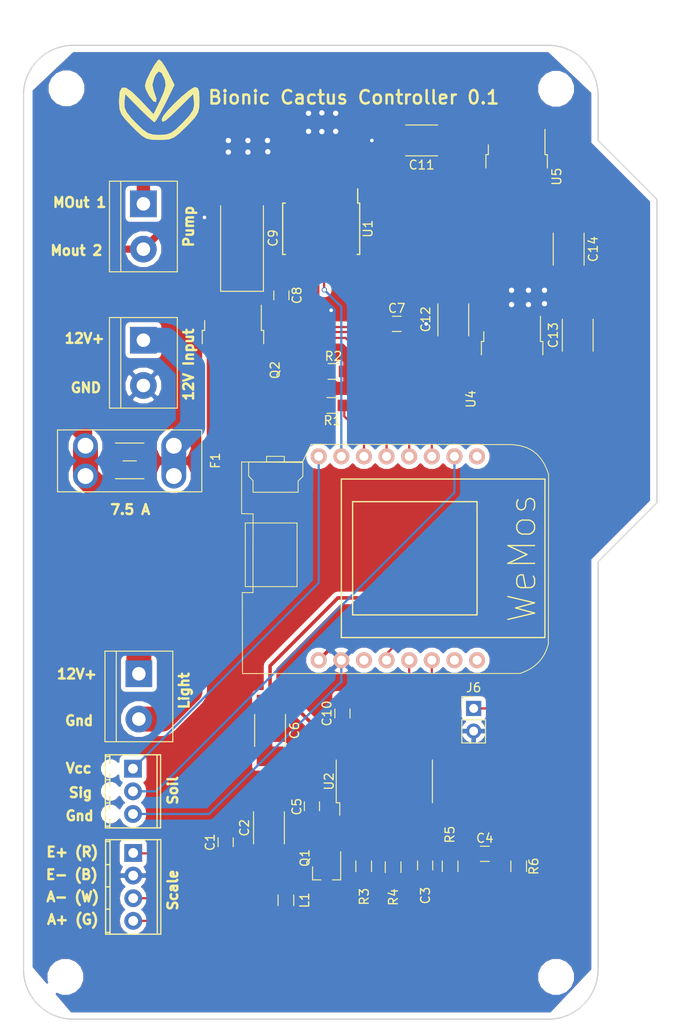
<source format=kicad_pcb>
(kicad_pcb (version 4) (host pcbnew 4.0.7-e2-6376~58~ubuntu16.04.1)
  (layers (0 F.Cu signal) (31 B.Cu signal hide) (34 B.Paste user) (35 F.Paste user) (36 B.SilkS user) (37 F.SilkS user) (38 B.Mask user) (39 F.Mask user) (44 Edge.Cuts user))
  (net 0 "")
  (net 1 SCALE_AVDD)
  (net 2 GND)
  (net 3 "Net-(C3-Pad1)")
  (net 4 "Net-(C4-Pad1)")
  (net 5 "Net-(C4-Pad2)")
  (net 6 VCC)
  (net 7 +12V)
  (net 8 +5VD)
  (net 9 Motor_Out_1)
  (net 10 Motor_Out_2)
  (net 11 Light_Drain)
  (net 12 SCALE_A+)
  (net 13 SCALE_A-)
  (net 14 ESP_A0)
  (net 15 ESP_VCC)
  (net 16 BUTTON)
  (net 17 "Net-(L1-Pad2)")
  (net 18 "Net-(Q1-Pad1)")
  (net 19 Light_Gate)
  (net 20 "Net-(R3-Pad2)")
  (net 21 Motor_PWM)
  (net 22 Motor_In_2)
  (net 23 Motor_In_1)
  (net 24 Motor_Stby)
  (net 25 "Net-(U2-Pad9)")
  (net 26 "Net-(U2-Pad10)")
  (net 27 SCALE_SCK)
  (net 28 SCALE_DOUT)
  (net 29 "Net-(U2-Pad13)")
  (net 30 "Net-(U3-Pad8)")
  (net 31 "Net-(U3-Pad7)")
  (net 32 "Net-(U3-Pad3)")
  (net 33 "Net-(U3-Pad9)")
  (net 34 "Net-(Q2-Pad1)")
  (net 35 "Net-(F1-Pad2)")
  (net 36 ESP_GND)
  (module wemos_d1_mini:D1_mini_board (layer B.Cu) (at 142.367 122.555 90)
    (fp_text reference U3 hide)
    (fp_text value WeMos_mini)
    (fp_text user WeMos (at 0 15.24 90) (layer F.SilkS) (effects (font (size 3 3))))
    (pad 8 thru_hole circle (at -11.43 10.16 90) (size 1.8 1.8) (drill 1.016) (layers *.Cu *.Mask B.SilkS) (net 30 "Net-(U3-Pad8)"))
    (pad 7 thru_hole circle (at -11.43 7.62 90) (size 1.8 1.8) (drill 1.016) (layers *.Cu *.Mask B.SilkS) (net 31 "Net-(U3-Pad7)"))
    (pad 6 thru_hole circle (at -11.43 5.08 90) (size 1.8 1.8) (drill 1.016) (layers *.Cu *.Mask B.SilkS) (net 28 SCALE_DOUT))
    (pad 5 thru_hole circle (at -11.43 2.54 90) (size 1.8 1.8) (drill 1.016) (layers *.Cu *.Mask B.SilkS) (net 27 SCALE_SCK))
    (pad 4 thru_hole circle (at -11.43 0 90) (size 1.8 1.8) (drill 1.016) (layers *.Cu *.Mask B.SilkS) (net 16 BUTTON))
    (pad 3 thru_hole circle (at -11.43 -2.54 90) (size 1.8 1.8) (drill 1.016) (layers *.Cu *.Mask B.SilkS) (net 32 "Net-(U3-Pad3)"))
    (pad 2 thru_hole circle (at -11.43 -5.08 90) (size 1.8 1.8) (drill 1.016) (layers *.Cu *.Mask B.SilkS) (net 2 GND))
    (pad 1 thru_hole circle (at -11.43 -7.62 90) (size 1.8 1.8) (drill 1.016) (layers *.Cu *.Mask B.SilkS) (net 8 +5VD))
    (pad 16 thru_hole circle (at 11.43 -7.62 90) (size 1.8 1.8) (drill 1.016) (layers *.Cu *.Mask B.SilkS) (net 15 ESP_VCC))
    (pad 15 thru_hole circle (at 11.43 -5.08 90) (size 1.8 1.8) (drill 1.016) (layers *.Cu *.Mask B.SilkS) (net 24 Motor_Stby))
    (pad 14 thru_hole circle (at 11.43 -2.54 90) (size 1.8 1.8) (drill 1.016) (layers *.Cu *.Mask B.SilkS) (net 19 Light_Gate))
    (pad 13 thru_hole circle (at 11.43 0 90) (size 1.8 1.8) (drill 1.016) (layers *.Cu *.Mask B.SilkS) (net 21 Motor_PWM))
    (pad 12 thru_hole circle (at 11.43 2.54 90) (size 1.8 1.8) (drill 1.016) (layers *.Cu *.Mask B.SilkS) (net 22 Motor_In_2))
    (pad 11 thru_hole circle (at 11.43 5.08 90) (size 1.8 1.8) (drill 1.016) (layers *.Cu *.Mask B.SilkS) (net 23 Motor_In_1))
    (pad 10 thru_hole circle (at 11.43 7.62 90) (size 1.8 1.8) (drill 1.016) (layers *.Cu *.Mask B.SilkS) (net 14 ESP_A0))
    (pad 9 thru_hole circle (at 11.43 10.16 90) (size 1.8 1.8) (drill 1.016) (layers *.Cu *.Mask B.SilkS) (net 33 "Net-(U3-Pad9)"))
  )
  (module Connectors_Terminal_Blocks:TerminalBlock_bornier-2_P5.08mm (layer F.Cu) (at 115.062 82.804 270)
    (fp_text reference J2 hide)
    (fp_text value Pump)
    (pad 1 thru_hole rect (at 0 0 270) (size 3 3) (drill 1.52) (layers *.Cu *.Mask) (net 10 Motor_Out_2))
    (pad 2 thru_hole circle (at 5.08 0 270) (size 3 3) (drill 1.52) (layers *.Cu *.Mask) (net 9 Motor_Out_1))
  )
  (module Capacitors_SMD:C_0805_HandSoldering (layer F.Cu) (at 124.3 154.4 90)
    (fp_text reference C1 (at 0 -1.75 90) (layer F.SilkS))
    (fp_text value 0.1uF)
    (pad 1 smd rect (at -1.25 0 90) (size 1.5 1.25) (layers F.Cu F.Paste F.Mask) (net 1 SCALE_AVDD))
    (pad 2 smd rect (at 1.25 0 90) (size 1.5 1.25) (layers F.Cu F.Paste F.Mask) (net 2 GND))
  )
  (module Capacitors_SMD:C_1812_HandSoldering (layer F.Cu) (at 129.159 152.781 90)
    (fp_text reference C2 (at 0 -2.75 90) (layer F.SilkS))
    (fp_text value 10uF)
    (pad 1 smd rect (at -2.9 0 90) (size 2.2 3) (layers F.Cu F.Paste F.Mask) (net 1 SCALE_AVDD))
    (pad 2 smd rect (at 2.9 0 90) (size 2.2 3) (layers F.Cu F.Paste F.Mask) (net 2 GND))
  )
  (module Capacitors_SMD:C_0805_HandSoldering (layer F.Cu) (at 146.7 157 270)
    (fp_text reference C3 (at 3.3782 -0.0254 270) (layer F.SilkS))
    (fp_text value 0.1uF)
    (pad 1 smd rect (at -1.25 0 270) (size 1.5 1.25) (layers F.Cu F.Paste F.Mask) (net 3 "Net-(C3-Pad1)"))
    (pad 2 smd rect (at 1.25 0 270) (size 1.5 1.25) (layers F.Cu F.Paste F.Mask) (net 2 GND))
  )
  (module Capacitors_SMD:C_0805_HandSoldering (layer F.Cu) (at 153.4 155.7)
    (fp_text reference C4 (at 0 -1.75) (layer F.SilkS))
    (fp_text value 0.1uF)
    (pad 1 smd rect (at -1.25 0) (size 1.5 1.25) (layers F.Cu F.Paste F.Mask) (net 4 "Net-(C4-Pad1)"))
    (pad 2 smd rect (at 1.25 0) (size 1.5 1.25) (layers F.Cu F.Paste F.Mask) (net 5 "Net-(C4-Pad2)"))
  )
  (module Capacitors_SMD:C_0805_HandSoldering (layer F.Cu) (at 133.985 150.368 270)
    (fp_text reference C5 (at 0.0508 1.7018 270) (layer F.SilkS))
    (fp_text value 0.1uF)
    (pad 1 smd rect (at -1.25 0 270) (size 1.5 1.25) (layers F.Cu F.Paste F.Mask) (net 6 VCC))
    (pad 2 smd rect (at 1.25 0 270) (size 1.5 1.25) (layers F.Cu F.Paste F.Mask) (net 2 GND))
  )
  (module Capacitors_SMD:C_1812_HandSoldering (layer F.Cu) (at 129.286 141.859 270)
    (fp_text reference C6 (at 0 -2.75 270) (layer F.SilkS))
    (fp_text value 10uF)
    (pad 1 smd rect (at -2.9 0 270) (size 2.2 3) (layers F.Cu F.Paste F.Mask) (net 6 VCC))
    (pad 2 smd rect (at 2.9 0 270) (size 2.2 3) (layers F.Cu F.Paste F.Mask) (net 2 GND))
  )
  (module Capacitors_SMD:C_0805_HandSoldering (layer F.Cu) (at 143.51 96.266)
    (fp_text reference C7 (at 0 -1.75) (layer F.SilkS))
    (fp_text value 0.1uF)
    (pad 1 smd rect (at -1.25 0) (size 1.5 1.25) (layers F.Cu F.Paste F.Mask) (net 6 VCC))
    (pad 2 smd rect (at 1.25 0) (size 1.5 1.25) (layers F.Cu F.Paste F.Mask) (net 2 GND))
  )
  (module Capacitors_SMD:C_0805_HandSoldering (layer F.Cu) (at 130.556 93.0656 270)
    (fp_text reference C8 (at 0 -1.75 270) (layer F.SilkS))
    (fp_text value 0.1uF)
    (pad 1 smd rect (at -1.25 0 270) (size 1.5 1.25) (layers F.Cu F.Paste F.Mask) (net 7 +12V))
    (pad 2 smd rect (at 1.25 0 270) (size 1.5 1.25) (layers F.Cu F.Paste F.Mask) (net 2 GND))
  )
  (module Capacitors_Tantalum_SMD:CP_Tantalum_Case-V_EIA-7343-20_Hand (layer F.Cu) (at 126.1364 86.6648 90)
    (fp_text reference C9 (at 0.0254 3.4798 90) (layer F.SilkS))
    (fp_text value "10uF, 20V")
    (pad 1 smd rect (at -3.775 0 90) (size 3.75 2.7) (layers F.Cu F.Paste F.Mask) (net 7 +12V))
    (pad 2 smd rect (at 3.775 0 90) (size 3.75 2.7) (layers F.Cu F.Paste F.Mask) (net 2 GND))
  )
  (module Capacitors_SMD:C_0805_HandSoldering (layer F.Cu) (at 137.414 139.954 90)
    (fp_text reference C10 (at 0 -1.75 90) (layer F.SilkS))
    (fp_text value 0.1uF)
    (pad 1 smd rect (at -1.25 0 90) (size 1.5 1.25) (layers F.Cu F.Paste F.Mask) (net 6 VCC))
    (pad 2 smd rect (at 1.25 0 90) (size 1.5 1.25) (layers F.Cu F.Paste F.Mask) (net 2 GND))
  )
  (module Capacitors_SMD:C_1812_HandSoldering (layer F.Cu) (at 146.304 75.692 180)
    (fp_text reference C11 (at 0 -2.75 180) (layer F.SilkS))
    (fp_text value 10uF)
    (pad 1 smd rect (at -2.9 0 180) (size 2.2 3) (layers F.Cu F.Paste F.Mask) (net 7 +12V))
    (pad 2 smd rect (at 2.9 0 180) (size 2.2 3) (layers F.Cu F.Paste F.Mask) (net 2 GND))
  )
  (module Capacitors_SMD:C_1812_HandSoldering (layer F.Cu) (at 149.86 95.8215 270)
    (fp_text reference C12 (at -0.0635 3.0988 270) (layer F.SilkS))
    (fp_text value 10uF)
    (pad 1 smd rect (at -2.9 0 270) (size 2.2 3) (layers F.Cu F.Paste F.Mask) (net 7 +12V))
    (pad 2 smd rect (at 2.9 0 270) (size 2.2 3) (layers F.Cu F.Paste F.Mask) (net 2 GND))
  )
  (module Capacitors_SMD:C_1812_HandSoldering (layer F.Cu) (at 163.83 97.536 90)
    (fp_text reference C13 (at 0 -2.75 90) (layer F.SilkS))
    (fp_text value 10uF)
    (pad 1 smd rect (at -2.9 0 90) (size 2.2 3) (layers F.Cu F.Paste F.Mask) (net 6 VCC))
    (pad 2 smd rect (at 2.9 0 90) (size 2.2 3) (layers F.Cu F.Paste F.Mask) (net 2 GND))
  )
  (module Capacitors_SMD:C_1812_HandSoldering (layer F.Cu) (at 162.814 87.884 270)
    (fp_text reference C14 (at 0 -2.75 270) (layer F.SilkS))
    (fp_text value 10uF)
    (pad 1 smd rect (at -2.9 0 270) (size 2.2 3) (layers F.Cu F.Paste F.Mask) (net 8 +5VD))
    (pad 2 smd rect (at 2.9 0 270) (size 2.2 3) (layers F.Cu F.Paste F.Mask) (net 2 GND))
  )
  (module Connectors_Terminal_Blocks:TerminalBlock_bornier-2_P5.08mm (layer F.Cu) (at 115.062 98.0948 270)
    (fp_text reference J1 hide)
    (fp_text value 12VCC)
    (pad 1 thru_hole rect (at 0 0 270) (size 3 3) (drill 1.52) (layers *.Cu *.Mask) (net 35 "Net-(F1-Pad2)"))
    (pad 2 thru_hole circle (at 5.08 0 270) (size 3 3) (drill 1.52) (layers *.Cu *.Mask) (net 2 GND))
  )
  (module Connectors_Terminal_Blocks:TerminalBlock_bornier-2_P5.08mm (layer F.Cu) (at 114.554 135.509 270)
    (fp_text reference J3 hide)
    (fp_text value Light)
    (pad 1 thru_hole rect (at 0 0 270) (size 3 3) (drill 1.52) (layers *.Cu *.Mask) (net 7 +12V))
    (pad 2 thru_hole circle (at 5.08 0 270) (size 3 3) (drill 1.52) (layers *.Cu *.Mask) (net 11 Light_Drain))
  )
  (module TerminalBlocks_Phoenix:TerminalBlock_Phoenix_MPT-2.54mm_4pol (layer F.Cu) (at 113.919 155.6004 270)
    (fp_text reference J4 hide)
    (fp_text value Scale)
    (pad 4 thru_hole oval (at 7.62 0 90) (size 1.99898 1.99898) (drill 1.09728) (layers *.Cu *.Mask) (net 12 SCALE_A+))
    (pad 1 thru_hole rect (at 0 0 90) (size 1.99898 1.99898) (drill 1.09728) (layers *.Cu *.Mask) (net 1 SCALE_AVDD))
    (pad 2 thru_hole oval (at 2.54 0 90) (size 1.99898 1.99898) (drill 1.09728) (layers *.Cu *.Mask) (net 2 GND))
    (pad 3 thru_hole oval (at 5.08 0 90) (size 1.99898 1.99898) (drill 1.09728) (layers *.Cu *.Mask) (net 13 SCALE_A-))
  )
  (module TerminalBlocks_Phoenix:TerminalBlock_Phoenix_MPT-2.54mm_3pol (layer F.Cu) (at 113.8936 146.1516 270)
    (fp_text reference J5 hide)
    (fp_text value Soil)
    (pad 3 thru_hole oval (at 5.08 0 270) (size 1.99898 1.99898) (drill 1.09728) (layers *.Cu *.Mask) (net 36 ESP_GND))
    (pad 1 thru_hole rect (at 0 0 270) (size 1.99898 1.99898) (drill 1.09728) (layers *.Cu *.Mask) (net 15 ESP_VCC))
    (pad 2 thru_hole oval (at 2.54 0 270) (size 1.99898 1.99898) (drill 1.09728) (layers *.Cu *.Mask) (net 14 ESP_A0))
    (pad "" np_thru_hole circle (at 0 2.54 270) (size 1.1 1.1) (drill 1.1) (layers *.Cu *.Mask))
    (pad "" np_thru_hole circle (at 2.54 2.54 270) (size 1.1 1.1) (drill 1.1) (layers *.Cu *.Mask))
    (pad "" np_thru_hole circle (at 5.08 2.54 270) (size 1.1 1.1) (drill 1.1) (layers *.Cu *.Mask))
  )
  (module Pin_Headers:Pin_Header_Straight_1x02_Pitch2.54mm (layer F.Cu) (at 152.146 139.3952)
    (fp_text reference J6 (at 0 -2.33) (layer F.SilkS))
    (fp_text value Button_Header)
    (pad 1 thru_hole rect (at 0 0) (size 1.7 1.7) (drill 1) (layers *.Cu *.Mask) (net 16 BUTTON))
    (pad 2 thru_hole oval (at 0 2.54) (size 1.7 1.7) (drill 1) (layers *.Cu *.Mask) (net 2 GND))
  )
  (module Inductors_SMD:L_0805_HandSoldering (layer F.Cu) (at 131.064 160.909 270)
    (fp_text reference L1 (at 0 -2.1 270) (layer F.SilkS))
    (fp_text value 3.3uH)
    (pad 1 smd rect (at -1.35 0 270) (size 1.5 1.3) (layers F.Cu F.Paste F.Mask) (net 1 SCALE_AVDD))
    (pad 2 smd rect (at 1.35 0 270) (size 1.5 1.3) (layers F.Cu F.Paste F.Mask) (net 17 "Net-(L1-Pad2)"))
  )
  (module TO_SOT_Packages_SMD:SOT-23_Handsoldering (layer F.Cu) (at 135.636 157.861 270)
    (fp_text reference Q1 (at -1.7018 2.4384 270) (layer F.SilkS))
    (fp_text value BT4403)
    (pad 1 smd rect (at -1.5 -0.95 270) (size 1.9 0.8) (layers F.Cu F.Paste F.Mask) (net 18 "Net-(Q1-Pad1)"))
    (pad 2 smd rect (at -1.5 0.95 270) (size 1.9 0.8) (layers F.Cu F.Paste F.Mask) (net 6 VCC))
    (pad 3 smd rect (at 1.5 0 270) (size 1.9 0.8) (layers F.Cu F.Paste F.Mask) (net 17 "Net-(L1-Pad2)"))
  )
  (module TO_SOT_Packages_SMD:TO-252-2 (layer F.Cu) (at 125.1204 99.4664 270)
    (fp_text reference Q2 (at 1.9812 -4.7244 270) (layer F.SilkS))
    (fp_text value FDD9411L_F085)
    (pad 1 smd rect (at -4.2 -2.28 270) (size 2.2 1.2) (layers F.Cu F.Paste F.Mask) (net 34 "Net-(Q2-Pad1)"))
    (pad 3 smd rect (at -4.2 2.28 270) (size 2.2 1.2) (layers F.Cu F.Paste F.Mask) (net 2 GND))
    (pad 2 smd rect (at 2.1 0 270) (size 6.4 5.8) (layers F.Cu F.Mask) (net 11 Light_Drain))
    (pad 2 smd rect (at 3.775 1.525 270) (size 3.05 2.75) (layers F.Cu F.Paste) (net 11 Light_Drain))
    (pad 2 smd rect (at 0.425 -1.525 270) (size 3.05 2.75) (layers F.Cu F.Paste) (net 11 Light_Drain))
    (pad 2 smd rect (at 3.775 -1.525 270) (size 3.05 2.75) (layers F.Cu F.Paste) (net 11 Light_Drain))
    (pad 2 smd rect (at 0.425 1.525 270) (size 3.05 2.75) (layers F.Cu F.Paste) (net 11 Light_Drain))
  )
  (module Resistors_SMD:R_0805_HandSoldering (layer F.Cu) (at 136.271 105.41 180)
    (fp_text reference R1 (at 0 -1.7 180) (layer F.SilkS))
    (fp_text value 100)
    (pad 1 smd rect (at -1.35 0 180) (size 1.5 1.3) (layers F.Cu F.Paste F.Mask) (net 19 Light_Gate))
    (pad 2 smd rect (at 1.35 0 180) (size 1.5 1.3) (layers F.Cu F.Paste F.Mask) (net 34 "Net-(Q2-Pad1)"))
  )
  (module Resistors_SMD:R_0805_HandSoldering (layer F.Cu) (at 136.398 101.6)
    (fp_text reference R2 (at 0 -1.7) (layer F.SilkS))
    (fp_text value 10K)
    (pad 1 smd rect (at -1.35 0) (size 1.5 1.3) (layers F.Cu F.Paste F.Mask) (net 34 "Net-(Q2-Pad1)"))
    (pad 2 smd rect (at 1.35 0) (size 1.5 1.3) (layers F.Cu F.Paste F.Mask) (net 2 GND))
  )
  (module Resistors_SMD:R_0805_HandSoldering (layer F.Cu) (at 139.8 157.1 270)
    (fp_text reference R3 (at 3.4036 -0.0508 270) (layer F.SilkS))
    (fp_text value 20K)
    (pad 1 smd rect (at -1.35 0 270) (size 1.5 1.3) (layers F.Cu F.Paste F.Mask) (net 17 "Net-(L1-Pad2)"))
    (pad 2 smd rect (at 1.35 0 270) (size 1.5 1.3) (layers F.Cu F.Paste F.Mask) (net 20 "Net-(R3-Pad2)"))
  )
  (module Resistors_SMD:R_0805_HandSoldering (layer F.Cu) (at 143.1 157.2 270)
    (fp_text reference R4 (at 3.3528 -0.0254 270) (layer F.SilkS))
    (fp_text value 8.2K)
    (pad 1 smd rect (at -1.35 0 270) (size 1.5 1.3) (layers F.Cu F.Paste F.Mask) (net 20 "Net-(R3-Pad2)"))
    (pad 2 smd rect (at 1.35 0 270) (size 1.5 1.3) (layers F.Cu F.Paste F.Mask) (net 2 GND))
  )
  (module Resistors_SMD:R_0805_HandSoldering (layer F.Cu) (at 149.5 157.1 270)
    (fp_text reference R5 (at -3.556 0.0254 270) (layer F.SilkS))
    (fp_text value 100)
    (pad 1 smd rect (at -1.35 0 270) (size 1.5 1.3) (layers F.Cu F.Paste F.Mask) (net 4 "Net-(C4-Pad1)"))
    (pad 2 smd rect (at 1.35 0 270) (size 1.5 1.3) (layers F.Cu F.Paste F.Mask) (net 13 SCALE_A-))
  )
  (module Resistors_SMD:R_0805_HandSoldering (layer F.Cu) (at 157.2 157.1 270)
    (fp_text reference R6 (at 0 -1.7 270) (layer F.SilkS))
    (fp_text value 100)
    (pad 1 smd rect (at -1.35 0 270) (size 1.5 1.3) (layers F.Cu F.Paste F.Mask) (net 5 "Net-(C4-Pad2)"))
    (pad 2 smd rect (at 1.35 0 270) (size 1.5 1.3) (layers F.Cu F.Paste F.Mask) (net 12 SCALE_A+))
  )
  (module Housings_SSOP:SOP-16_4.4x10.4mm_Pitch1.27mm (layer F.Cu) (at 142.113 147.574 90)
    (fp_text reference U2 (at 0 -6.2 90) (layer F.SilkS))
    (fp_text value HX711)
    (pad 1 smd rect (at -3.15 -4.45 90) (size 1.3 0.8) (layers F.Cu F.Paste F.Mask) (net 6 VCC))
    (pad 2 smd rect (at -3.15 -3.17 90) (size 1.3 0.8) (layers F.Cu F.Paste F.Mask) (net 18 "Net-(Q1-Pad1)"))
    (pad 3 smd rect (at -3.15 -1.91 90) (size 1.3 0.8) (layers F.Cu F.Paste F.Mask) (net 17 "Net-(L1-Pad2)"))
    (pad 4 smd rect (at -3.15 -0.64 90) (size 1.3 0.8) (layers F.Cu F.Paste F.Mask) (net 20 "Net-(R3-Pad2)"))
    (pad 5 smd rect (at -3.15 0.64 90) (size 1.3 0.8) (layers F.Cu F.Paste F.Mask) (net 2 GND))
    (pad 6 smd rect (at -3.15 1.91 90) (size 1.3 0.8) (layers F.Cu F.Paste F.Mask) (net 3 "Net-(C3-Pad1)"))
    (pad 7 smd rect (at -3.15 3.17 90) (size 1.3 0.8) (layers F.Cu F.Paste F.Mask) (net 4 "Net-(C4-Pad1)"))
    (pad 8 smd rect (at -3.15 4.45 90) (size 1.3 0.8) (layers F.Cu F.Paste F.Mask) (net 5 "Net-(C4-Pad2)"))
    (pad 9 smd rect (at 3.15 4.45 90) (size 1.3 0.8) (layers F.Cu F.Paste F.Mask) (net 25 "Net-(U2-Pad9)"))
    (pad 10 smd rect (at 3.15 3.17 90) (size 1.3 0.8) (layers F.Cu F.Paste F.Mask) (net 26 "Net-(U2-Pad10)"))
    (pad 11 smd rect (at 3.15 1.91 90) (size 1.3 0.8) (layers F.Cu F.Paste F.Mask) (net 28 SCALE_DOUT))
    (pad 12 smd rect (at 3.15 0.64 90) (size 1.3 0.8) (layers F.Cu F.Paste F.Mask) (net 27 SCALE_SCK))
    (pad 13 smd rect (at 3.15 -0.64 90) (size 1.3 0.8) (layers F.Cu F.Paste F.Mask) (net 29 "Net-(U2-Pad13)"))
    (pad 14 smd rect (at 3.15 -1.91 90) (size 1.3 0.8) (layers F.Cu F.Paste F.Mask) (net 2 GND))
    (pad 15 smd rect (at 3.15 -3.17 90) (size 1.3 0.8) (layers F.Cu F.Paste F.Mask) (net 2 GND))
    (pad 16 smd rect (at 3.15 -4.45 90) (size 1.3 0.8) (layers F.Cu F.Paste F.Mask) (net 6 VCC))
  )
  (module TO_SOT_Packages_SMD:TO-252-2 (layer F.Cu) (at 156.464 100.711 270)
    (fp_text reference U4 (at 3.9878 4.6228 270) (layer F.SilkS))
    (fp_text value NCP1117-3.3_TO252)
    (pad 1 smd rect (at -4.2 -2.28 270) (size 2.2 1.2) (layers F.Cu F.Paste F.Mask) (net 2 GND))
    (pad 3 smd rect (at -4.2 2.28 270) (size 2.2 1.2) (layers F.Cu F.Paste F.Mask) (net 7 +12V))
    (pad 2 smd rect (at 2.1 0 270) (size 6.4 5.8) (layers F.Cu F.Mask) (net 6 VCC))
    (pad 2 smd rect (at 3.775 1.525 270) (size 3.05 2.75) (layers F.Cu F.Paste) (net 6 VCC))
    (pad 2 smd rect (at 0.425 -1.525 270) (size 3.05 2.75) (layers F.Cu F.Paste) (net 6 VCC))
    (pad 2 smd rect (at 3.775 -1.525 270) (size 3.05 2.75) (layers F.Cu F.Paste) (net 6 VCC))
    (pad 2 smd rect (at 0.425 1.525 270) (size 3.05 2.75) (layers F.Cu F.Paste) (net 6 VCC))
  )
  (module TO_SOT_Packages_SMD:TO-252-2 (layer F.Cu) (at 156.972 79.756 270)
    (fp_text reference U5 (at 0 -4.5 270) (layer F.SilkS))
    (fp_text value NCP1117-5.0_TO252)
    (pad 1 smd rect (at -4.2 -2.28 270) (size 2.2 1.2) (layers F.Cu F.Paste F.Mask) (net 2 GND))
    (pad 3 smd rect (at -4.2 2.28 270) (size 2.2 1.2) (layers F.Cu F.Paste F.Mask) (net 7 +12V))
    (pad 2 smd rect (at 2.1 0 270) (size 6.4 5.8) (layers F.Cu F.Mask) (net 8 +5VD))
    (pad 2 smd rect (at 3.775 1.525 270) (size 3.05 2.75) (layers F.Cu F.Paste) (net 8 +5VD))
    (pad 2 smd rect (at 0.425 -1.525 270) (size 3.05 2.75) (layers F.Cu F.Paste) (net 8 +5VD))
    (pad 2 smd rect (at 3.775 -1.525 270) (size 3.05 2.75) (layers F.Cu F.Paste) (net 8 +5VD))
    (pad 2 smd rect (at 0.425 1.525 270) (size 3.05 2.75) (layers F.Cu F.Paste) (net 8 +5VD))
  )
  (module net_tie:NET-TIE-0.3mm (layer B.Cu) (at 137.287 136.144 270)
    (fp_text reference W1 hide)
    (fp_text value NET-TIE hide)
    (fp_line (start -0.25 0) (end 0.25 0) (layer B.Cu) (width 0.3))
    (pad 1 smd circle (at -0.25 0 270) (size 0.3 0.3) (layers B.Cu) (net 2 GND))
    (pad 2 smd circle (at 0.25 0 270) (size 0.3 0.3) (layers B.Cu) (net 36 ESP_GND))
  )
  (module DRIVER-TB6612FNG-O_C8_EL_SSOP24_:SSOP-24_5.3x8.2mm_Pitch0.65mm_tng_mod_parallel (layer F.Cu) (at 135.0264 85.598 270)
    (fp_text reference U1 (at 0 -5.25 270) (layer F.SilkS))
    (fp_text value "DRIVER-TB6612FNG-O/C8/EL(SSOP24)_Parallel")
    (pad 1 smd rect (at -3.6 -3.275 270) (size 1.75 1.1) (layers F.Cu F.Paste F.Mask) (net 9 Motor_Out_1))
    (pad 3 smd rect (at -3.6 -1.95 270) (size 1.75 1.1) (layers F.Cu F.Paste F.Mask) (net 2 GND))
    (pad 5 smd rect (at -3.6 0 270) (size 1.75 2.4) (layers F.Cu F.Paste F.Mask) (net 10 Motor_Out_2))
    (pad 9 smd rect (at -3.6 1.95 270) (size 1.75 1.1) (layers F.Cu F.Paste F.Mask) (net 2 GND))
    (pad 11 smd rect (at -3.6 3.25 270) (size 1.75 1.1) (layers F.Cu F.Paste F.Mask) (net 9 Motor_Out_1))
    (pad 14 smd rect (at 3.6 3.25 270) (size 1.75 1.1) (layers F.Cu F.Paste F.Mask) (net 7 +12V))
    (pad 15 smd rect (at 3.6 2.275 270) (size 1.75 0.45) (layers F.Cu F.Paste F.Mask) (net 21 Motor_PWM))
    (pad 16 smd rect (at 3.6 1.625 270) (size 1.75 0.45) (layers F.Cu F.Paste F.Mask) (net 22 Motor_In_2))
    (pad 17 smd rect (at 3.6 0.975 270) (size 1.75 0.45) (layers F.Cu F.Paste F.Mask) (net 23 Motor_In_1))
    (pad 18 smd rect (at 3.6 0.325 270) (size 1.75 0.45) (layers F.Cu F.Paste F.Mask) (net 2 GND))
    (pad 19 smd rect (at 3.6 -0.325 270) (size 1.75 0.45) (layers F.Cu F.Paste F.Mask) (net 24 Motor_Stby))
    (pad 20 smd rect (at 3.6 -0.975 270) (size 1.75 0.45) (layers F.Cu F.Paste F.Mask) (net 6 VCC))
    (pad 21 smd rect (at 3.6 -1.625 270) (size 1.75 0.45) (layers F.Cu F.Paste F.Mask) (net 23 Motor_In_1))
    (pad 22 smd rect (at 3.6 -2.275 270) (size 1.75 0.45) (layers F.Cu F.Paste F.Mask) (net 22 Motor_In_2))
    (pad 23 smd rect (at 3.6 -2.925 270) (size 1.75 0.45) (layers F.Cu F.Paste F.Mask) (net 21 Motor_PWM))
    (pad 24 smd rect (at 3.6 -3.575 270) (size 1.75 0.45) (layers F.Cu F.Paste F.Mask) (net 7 +12V))
  )
  (module Fuse_Holders_and_Fuses:BladeFuse-Mini_Keystone_3568 (layer F.Cu) (at 108.5596 109.9312)
    (fp_text reference F1 (at 14.5796 1.6764 90) (layer F.SilkS))
    (fp_text value Fuse)
    (pad 1 thru_hole circle (at 0 0) (size 2.78 2.78) (drill 1.78) (layers *.Cu *.Mask) (net 7 +12V))
    (pad 1 thru_hole circle (at 0 3.4) (size 2.78 2.78) (drill 1.78) (layers *.Cu *.Mask) (net 7 +12V))
    (pad 2 thru_hole circle (at 9.92 0) (size 2.78 2.78) (drill 1.78) (layers *.Cu *.Mask) (net 35 "Net-(F1-Pad2)"))
    (pad 2 thru_hole circle (at 9.92 3.4) (size 2.78 2.78) (drill 1.78) (layers *.Cu *.Mask) (net 35 "Net-(F1-Pad2)"))
  )
  (module Mounting_Holes:MountingHole_3mm (layer F.Cu) (at 106.426 69.85)
    (fp_text reference REF** hide)
    (fp_text value MountingHole_3mm)
    (pad 1 np_thru_hole circle (at 0 0) (size 3 3) (drill 3) (layers *.Cu *.Mask))
  )
  (module Mounting_Holes:MountingHole_3mm (layer F.Cu) (at 161.4 69.9)
    (fp_text reference REF** hide)
    (fp_text value MountingHole_3mm)
    (pad 1 np_thru_hole circle (at 0 0) (size 3 3) (drill 3) (layers *.Cu *.Mask))
  )
  (module Mounting_Holes:MountingHole_3mm (layer F.Cu) (at 106.3 169.5)
    (fp_text reference REF** hide)
    (fp_text value MountingHole_3mm)
    (pad 1 np_thru_hole circle (at 0 0) (size 3 3) (drill 3) (layers *.Cu *.Mask))
  )
  (module Mounting_Holes:MountingHole_3mm (layer F.Cu) (at 161.4 169.5)
    (fp_text reference "" hide)
    (fp_text value MountingHole_3mm)
    (pad 1 np_thru_hole circle (at 0 0) (size 3 3) (drill 3) (layers *.Cu *.Mask))
  )
  (module logo:logo (layer F.Cu) (at 116.84 71.12)
    (fp_text reference G*** hide)
    (fp_text value LOGO hide)
  )
  (gr_text Pump (at 120.142 85.344 90) (layer F.SilkS) (effects (font (size 1.1 1.1) (thickness 0.275))))
  (gr_text "Bionic Cactus Controller 0.1" (at 138.684 70.866) (layer F.SilkS) (effects (font (size 1.5 1.5) (thickness 0.275))))
  (gr_line (start 101.6 168.656) (end 101.6 70.612) (angle 90) (layer Edge.Cuts) (width 0.15))
  (gr_arc (start 107.188 168.656) (end 107.188 174.244) (angle 90) (layer Edge.Cuts) (width 0.15))
  (gr_line (start 160.528 174.244) (end 107.188 174.244) (angle 90) (layer Edge.Cuts) (width 0.15))
  (gr_arc (start 160.528 168.656) (end 166.116 168.656) (angle 90) (layer Edge.Cuts) (width 0.15))
  (gr_line (start 166.116 122.936) (end 166.116 168.656) (angle 90) (layer Edge.Cuts) (width 0.15))
  (gr_line (start 172.72 116.332) (end 166.116 122.936) (angle 90) (layer Edge.Cuts) (width 0.15))
  (gr_line (start 172.72 82.296) (end 172.72 116.332) (angle 90) (layer Edge.Cuts) (width 0.15))
  (gr_line (start 166.116 75.692) (end 172.72 82.296) (angle 90) (layer Edge.Cuts) (width 0.15))
  (gr_line (start 166.116 70.612) (end 166.116 75.692) (angle 90) (layer Edge.Cuts) (width 0.15))
  (gr_arc (start 160.528 70.612) (end 160.528 65.024) (angle 90) (layer Edge.Cuts) (width 0.15))
  (gr_line (start 107.188 65.024) (end 160.528 65.024) (angle 90) (layer Edge.Cuts) (width 0.15))
  (gr_arc (start 107.188 70.612) (end 101.6 70.612) (angle 90) (layer Edge.Cuts) (width 0.15))
  (gr_text "12V Input" (at 120.142 100.838 90) (layer F.SilkS) (effects (font (size 1.1 1.1) (thickness 0.275))))
  (gr_text GND (at 108.6104 103.4288) (layer F.SilkS) (effects (font (size 1.1 1.1) (thickness 0.275))))
  (gr_text 12V+ (at 108.458 97.8916) (layer F.SilkS) (effects (font (size 1.1 1.1) (thickness 0.275))))
  (gr_text Light (at 119.634 137.414 90) (layer F.SilkS) (effects (font (size 1.1 1.1) (thickness 0.275))))
  (gr_text "Mout 2" (at 107.5436 88.0364) (layer F.SilkS) (effects (font (size 1.1 1.1) (thickness 0.275))))
  (gr_text "MOut 1" (at 107.8992 82.6516) (layer F.SilkS) (effects (font (size 1.1 1.1) (thickness 0.275))))
  (gr_text "7.5 A" (at 113.5888 117.094) (layer F.SilkS) (effects (font (size 1.1 1.1) (thickness 0.275))))
  (gr_text Gnd (at 107.8484 140.7668) (layer F.SilkS) (effects (font (size 1.1 1.1) (thickness 0.275))))
  (gr_text 12V+ (at 107.5944 135.5344) (layer F.SilkS) (effects (font (size 1.1 1.1) (thickness 0.275))))
  (gr_text Scale (at 118.364 159.766 90) (layer F.SilkS) (effects (font (size 1.1 1.1) (thickness 0.275))))
  (gr_text "A+ (G)\n" (at 107.1372 163.068) (layer F.SilkS) (effects (font (size 1.1 1.1) (thickness 0.275))))
  (gr_text "A- (W)" (at 107.1372 160.528) (layer F.SilkS) (effects (font (size 1.1 1.1) (thickness 0.275))))
  (gr_text "E- (B)" (at 107.0356 158.0388) (layer F.SilkS) (effects (font (size 1.1 1.1) (thickness 0.275))))
  (gr_text "E+ (R)" (at 107.0864 155.4988) (layer F.SilkS) (effects (font (size 1.1 1.1) (thickness 0.275))))
  (gr_text Soil (at 118.364 148.59 90) (layer F.SilkS) (effects (font (size 1.1 1.1) (thickness 0.275))))
  (gr_text Gnd (at 107.8992 151.4348) (layer F.SilkS) (effects (font (size 1.1 1.1) (thickness 0.275))))
  (gr_text Sig (at 108.0008 148.844) (layer F.SilkS) (effects (font (size 1.1 1.1) (thickness 0.275))))
  (gr_text Vcc (at 107.7976 146.1008) (layer F.SilkS) (effects (font (size 1.1 1.1) (thickness 0.275))))
  (segment (start 124.3 155.65) (end 113.9686 155.65) (width 0.25) (layer F.Cu) (net 1))
  (segment (start 113.9686 155.65) (end 113.919 155.6004) (width 0.25) (layer F.Cu) (net 1))
  (segment (start 129.159 155.681) (end 124.331 155.681) (width 0.25) (layer F.Cu) (net 1))
  (segment (start 124.331 155.681) (end 124.3 155.65) (width 0.25) (layer F.Cu) (net 1))
  (segment (start 129.0784 155.6004) (end 129.159 155.681) (width 0.4) (layer F.Cu) (net 1))
  (segment (start 131.064 159.559) (end 131.064 157.586) (width 0.4) (layer F.Cu) (net 1))
  (segment (start 131.064 157.586) (end 129.159 155.681) (width 0.4) (layer F.Cu) (net 1))
  (segment (start 131.037 159.532) (end 131.064 159.559) (width 0.25) (layer F.Cu) (net 1))
  (segment (start 129.159 155.681) (end 128.291 155.681) (width 0.25) (layer F.Cu) (net 1))
  (segment (start 135.1 74.7) (end 135.1 72.6) (width 0.8) (layer B.Cu) (net 2))
  (segment (start 135.056 72.644) (end 135.1 72.6) (width 0.8) (layer F.Cu) (net 2))
  (via (at 135.1 72.6) (size 0.8) (drill 0.6) (layers F.Cu B.Cu) (net 2))
  (segment (start 135.056 72.644) (end 133.604 72.644) (width 0.8) (layer F.Cu) (net 2))
  (via (at 135.1 74.7) (size 0.8) (drill 0.6) (layers F.Cu B.Cu) (net 2))
  (segment (start 124.6 75.7) (end 124.7 76.9) (width 0.8) (layer B.Cu) (net 2))
  (via (at 124.6 75.7) (size 0.8) (drill 0.6) (layers F.Cu B.Cu) (net 2))
  (segment (start 126.8 75.7) (end 124.6 75.7) (width 0.8) (layer F.Cu) (net 2))
  (via (at 124.6 77) (size 0.8) (drill 0.6) (layers F.Cu B.Cu) (net 2))
  (segment (start 124.7 76.9) (end 124.6 77) (width 0.8) (layer B.Cu) (net 2))
  (segment (start 160.1 94) (end 160.1 92.5) (width 0.25) (layer B.Cu) (net 2))
  (via (at 160.1 92.5) (size 0.8) (drill 0.6) (layers F.Cu B.Cu) (net 2))
  (segment (start 158.3 92.5) (end 156.4 92.5) (width 0.25) (layer B.Cu) (net 2))
  (via (at 156.4 92.5) (size 0.8) (drill 0.6) (layers F.Cu B.Cu) (net 2))
  (segment (start 156.4 94.1) (end 158.3 94.1) (width 0.25) (layer B.Cu) (net 2))
  (segment (start 158.744 94.444) (end 158.3 94.1) (width 0.25) (layer F.Cu) (net 2))
  (via (at 158.3 94.1) (size 0.8) (drill 0.6) (layers F.Cu B.Cu) (net 2))
  (segment (start 158.744 94.444) (end 158.744 96.511) (width 0.25) (layer F.Cu) (net 2))
  (via (at 156.4 94.1) (size 0.8) (drill 0.6) (layers F.Cu B.Cu) (net 2))
  (segment (start 156.4 92.5) (end 156.4 94.1) (width 0.25) (layer F.Cu) (net 2))
  (via (at 158.3 92.5) (size 0.8) (drill 0.6) (layers F.Cu B.Cu) (net 2))
  (segment (start 160.1 92.5) (end 158.3 92.5) (width 0.25) (layer F.Cu) (net 2))
  (via (at 160.1 94) (size 0.8) (drill 0.6) (layers F.Cu B.Cu) (net 2))
  (segment (start 142.753 150.724) (end 142.753 152.553) (width 0.25) (layer F.Cu) (net 2))
  (segment (start 145.25 158.25) (end 146.7 158.25) (width 0.25) (layer F.Cu) (net 2))
  (segment (start 144.8 157.8) (end 145.25 158.25) (width 0.25) (layer F.Cu) (net 2))
  (segment (start 144.8 154.6) (end 144.8 157.8) (width 0.25) (layer F.Cu) (net 2))
  (segment (start 142.753 152.553) (end 144.8 154.6) (width 0.25) (layer F.Cu) (net 2))
  (segment (start 143.1 158.55) (end 146.4 158.55) (width 0.25) (layer F.Cu) (net 2))
  (segment (start 146.4 158.55) (end 146.7 158.25) (width 0.25) (layer F.Cu) (net 2))
  (segment (start 113.919 158.1404) (end 121.9404 158.1404) (width 0.25) (layer F.Cu) (net 2))
  (segment (start 143.129 161.471) (end 143.1 158.55) (width 0.25) (layer F.Cu) (net 2))
  (segment (start 140.4 164.2) (end 143.129 161.471) (width 0.25) (layer F.Cu) (net 2))
  (segment (start 128 164.2) (end 140.4 164.2) (width 0.25) (layer F.Cu) (net 2))
  (segment (start 121.9404 158.1404) (end 128 164.2) (width 0.25) (layer F.Cu) (net 2))
  (segment (start 126.1364 82.8898) (end 123.3582 82.8898) (width 0.25) (layer F.Cu) (net 2))
  (via (at 121.92 84.328) (size 0.6) (drill 0.4) (layers F.Cu B.Cu) (net 2))
  (segment (start 123.3582 82.8898) (end 121.92 84.328) (width 0.25) (layer F.Cu) (net 2))
  (segment (start 129 75.7) (end 126.8 75.7) (width 0.8) (layer B.Cu) (net 2))
  (via (at 126.8 75.7) (size 0.8) (drill 0.6) (layers F.Cu B.Cu) (net 2))
  (segment (start 126.8 77) (end 129.032 76.962) (width 0.8) (layer B.Cu) (net 2))
  (segment (start 133.0764 79.4824) (end 130.556 76.962) (width 0.8) (layer F.Cu) (net 2))
  (segment (start 130.556 76.962) (end 129.032 76.962) (width 0.8) (layer F.Cu) (net 2))
  (via (at 129.032 76.962) (size 0.8) (drill 0.6) (layers F.Cu B.Cu) (net 2))
  (segment (start 133.0764 79.4824) (end 133.0764 81.998) (width 0.8) (layer F.Cu) (net 2))
  (via (at 126.8 77) (size 0.8) (drill 0.6) (layers F.Cu B.Cu) (net 2))
  (segment (start 126.8 75.7) (end 126.8 77) (width 0.8) (layer F.Cu) (net 2))
  (via (at 129 75.7) (size 0.8) (drill 0.6) (layers F.Cu B.Cu) (net 2))
  (segment (start 136.652 72.644) (end 133.604 72.644) (width 0.8) (layer B.Cu) (net 2))
  (via (at 133.604 72.644) (size 0.8) (drill 0.6) (layers F.Cu B.Cu) (net 2))
  (segment (start 133.604 74.676) (end 136.652 74.676) (width 0.8) (layer B.Cu) (net 2))
  (segment (start 136.9764 75.0004) (end 136.652 74.676) (width 0.8) (layer F.Cu) (net 2))
  (via (at 136.652 74.676) (size 0.8) (drill 0.6) (layers F.Cu B.Cu) (net 2))
  (segment (start 136.9764 75.0004) (end 136.9764 81.998) (width 0.8) (layer F.Cu) (net 2))
  (via (at 133.604 74.676) (size 0.8) (drill 0.6) (layers F.Cu B.Cu) (net 2))
  (segment (start 133.604 72.644) (end 133.604 74.676) (width 0.8) (layer F.Cu) (net 2))
  (via (at 136.652 72.644) (size 0.8) (drill 0.6) (layers F.Cu B.Cu) (net 2))
  (segment (start 134.7014 89.198) (end 134.7014 94.0614) (width 0.25) (layer F.Cu) (net 2))
  (via (at 136.144 94.742) (size 0.6) (drill 0.4) (layers F.Cu B.Cu) (net 2))
  (segment (start 135.382 94.742) (end 136.144 94.742) (width 0.25) (layer F.Cu) (net 2))
  (segment (start 134.7014 94.0614) (end 135.382 94.742) (width 0.25) (layer F.Cu) (net 2))
  (segment (start 144.76 96.266) (end 146.812 96.266) (width 0.25) (layer F.Cu) (net 2))
  (via (at 146.812 96.266) (size 0.6) (drill 0.4) (layers F.Cu B.Cu) (net 2))
  (segment (start 143.404 75.692) (end 140.716 75.692) (width 0.4) (layer F.Cu) (net 2))
  (via (at 140.716 75.692) (size 0.6) (drill 0.4) (layers F.Cu B.Cu) (net 2))
  (segment (start 162.814 90.784) (end 162.2 90.784) (width 0.25) (layer F.Cu) (net 2))
  (segment (start 162.814 90.784) (end 162.814 91.948) (width 0.4) (layer F.Cu) (net 2))
  (segment (start 163.83 92.964) (end 163.83 94.636) (width 0.4) (layer F.Cu) (net 2))
  (segment (start 162.814 91.948) (end 163.83 92.964) (width 0.4) (layer F.Cu) (net 2))
  (segment (start 163.83 94.636) (end 163.83 94.234) (width 0.4) (layer F.Cu) (net 2))
  (segment (start 144.76 96.266) (end 144.76 96.754) (width 0.4) (layer F.Cu) (net 2))
  (segment (start 137.287 135.894) (end 137.287 133.985) (width 0.25) (layer B.Cu) (net 2))
  (segment (start 143.327 158.323) (end 143.1 158.55) (width 0.25) (layer F.Cu) (net 2))
  (segment (start 144.023 150.724) (end 144.023 152.425) (width 0.25) (layer F.Cu) (net 3))
  (segment (start 144.023 152.425) (end 146.7 155.75) (width 0.25) (layer F.Cu) (net 3))
  (segment (start 149.5 155.75) (end 152.1 155.75) (width 0.25) (layer F.Cu) (net 4))
  (segment (start 152.1 155.75) (end 152.15 155.7) (width 0.25) (layer F.Cu) (net 4))
  (segment (start 152.1 155.75) (end 152.15 155.7) (width 0.25) (layer F.Cu) (net 4))
  (segment (start 145.283 150.724) (end 145.283 152.183) (width 0.25) (layer F.Cu) (net 4))
  (segment (start 149.5 154.2) (end 149.5 155.75) (width 0.25) (layer F.Cu) (net 4))
  (segment (start 148.6 153.3) (end 149.5 154.2) (width 0.25) (layer F.Cu) (net 4))
  (segment (start 146.4 153.3) (end 148.6 153.3) (width 0.25) (layer F.Cu) (net 4))
  (segment (start 145.283 152.183) (end 146.4 153.3) (width 0.25) (layer F.Cu) (net 4))
  (segment (start 152.039 156.083) (end 152.039 155.595) (width 0.25) (layer F.Cu) (net 4))
  (segment (start 154.65 155.7) (end 157.15 155.7) (width 0.25) (layer F.Cu) (net 5))
  (segment (start 157.15 155.7) (end 157.2 155.75) (width 0.25) (layer F.Cu) (net 5))
  (segment (start 157.173 155.723) (end 157.2 155.75) (width 0.25) (layer F.Cu) (net 5))
  (segment (start 146.563 150.724) (end 154.661 150.724) (width 0.25) (layer F.Cu) (net 5))
  (segment (start 157.099 153.162) (end 157.2 155.75) (width 0.25) (layer F.Cu) (net 5))
  (segment (start 154.661 150.724) (end 157.099 153.162) (width 0.25) (layer F.Cu) (net 5))
  (segment (start 158.839 100.436) (end 156.464 102.811) (width 0.4) (layer F.Cu) (net 6))
  (segment (start 156.464 102.811) (end 156.464 112.522) (width 0.4) (layer F.Cu) (net 6))
  (segment (start 129.286 134.62) (end 129.286 138.959) (width 0.4) (layer F.Cu) (net 6))
  (segment (start 136.906 127) (end 129.286 134.62) (width 0.4) (layer F.Cu) (net 6))
  (segment (start 141.986 127) (end 136.906 127) (width 0.4) (layer F.Cu) (net 6))
  (segment (start 156.464 112.522) (end 141.986 127) (width 0.4) (layer F.Cu) (net 6))
  (segment (start 142.26 96.266) (end 142.26 97.556) (width 0.4) (layer F.Cu) (net 6))
  (segment (start 147.515 102.811) (end 156.464 102.811) (width 0.4) (layer F.Cu) (net 6))
  (segment (start 142.26 97.556) (end 147.515 102.811) (width 0.4) (layer F.Cu) (net 6))
  (segment (start 136.0014 89.198) (end 136.0014 90.7894) (width 0.4) (layer F.Cu) (net 6))
  (segment (start 141.478 96.266) (end 142.26 96.266) (width 0.4) (layer F.Cu) (net 6))
  (segment (start 136.0014 90.7894) (end 141.478 96.266) (width 0.4) (layer F.Cu) (net 6))
  (segment (start 137.663 150.724) (end 137.663 151.8335) (width 0.4) (layer F.Cu) (net 6))
  (segment (start 134.686 154.8105) (end 134.686 156.361) (width 0.4) (layer F.Cu) (net 6))
  (segment (start 137.663 151.8335) (end 134.686 154.8105) (width 0.4) (layer F.Cu) (net 6))
  (segment (start 133.985 149.118) (end 135.2115 149.118) (width 0.4) (layer F.Cu) (net 6))
  (segment (start 136.8175 150.724) (end 137.663 150.724) (width 0.4) (layer F.Cu) (net 6))
  (segment (start 135.2115 149.118) (end 136.8175 150.724) (width 0.4) (layer F.Cu) (net 6))
  (segment (start 137.663 144.424) (end 134.849 144.424) (width 0.4) (layer F.Cu) (net 6))
  (segment (start 133.985 145.288) (end 133.985 149.118) (width 0.4) (layer F.Cu) (net 6))
  (segment (start 134.849 144.424) (end 133.985 145.288) (width 0.4) (layer F.Cu) (net 6))
  (segment (start 137.414 141.204) (end 134.092 141.204) (width 0.4) (layer F.Cu) (net 6))
  (segment (start 134.092 141.204) (end 131.847 138.959) (width 0.4) (layer F.Cu) (net 6))
  (segment (start 131.847 138.959) (end 129.286 138.959) (width 0.4) (layer F.Cu) (net 6))
  (segment (start 137.663 144.424) (end 137.663 141.453) (width 0.4) (layer F.Cu) (net 6))
  (segment (start 137.663 141.453) (end 137.414 141.204) (width 0.4) (layer F.Cu) (net 6))
  (segment (start 158.661 105.008) (end 156.464 102.811) (width 0.4) (layer F.Cu) (net 6))
  (segment (start 129.286 138.959) (end 130.704 138.959) (width 0.25) (layer F.Cu) (net 6))
  (segment (start 137.414 144.175) (end 137.663 144.424) (width 0.25) (layer F.Cu) (net 6))
  (segment (start 137.663 150.724) (end 137.663 151.008) (width 0.25) (layer F.Cu) (net 6))
  (segment (start 137.287 141.508) (end 137.409 141.63) (width 0.25) (layer F.Cu) (net 6))
  (segment (start 108.5596 109.9312) (end 108.5596 109.0676) (width 1.5) (layer F.Cu) (net 7))
  (segment (start 108.5596 109.0676) (end 105.664 106.172) (width 1.5) (layer F.Cu) (net 7))
  (segment (start 149.204 70.718) (end 149.204 75.692) (width 1.5) (layer F.Cu) (net 7))
  (segment (start 146.05 67.564) (end 149.204 70.718) (width 1.5) (layer F.Cu) (net 7))
  (segment (start 116.84 67.564) (end 146.05 67.564) (width 1.5) (layer F.Cu) (net 7))
  (segment (start 105.664 78.74) (end 116.84 67.564) (width 1.5) (layer F.Cu) (net 7))
  (segment (start 105.664 106.172) (end 105.664 78.74) (width 1.5) (layer F.Cu) (net 7))
  (segment (start 138.6014 89.198) (end 138.6014 90.3414) (width 0.4) (layer F.Cu) (net 7))
  (segment (start 141.1815 92.9215) (end 149.86 92.9215) (width 0.4) (layer F.Cu) (net 7))
  (segment (start 138.6014 90.3414) (end 141.1815 92.9215) (width 0.4) (layer F.Cu) (net 7))
  (segment (start 149.204 75.692) (end 149.204 92.2655) (width 1.5) (layer F.Cu) (net 7))
  (segment (start 149.204 92.2655) (end 149.86 92.9215) (width 1.5) (layer F.Cu) (net 7))
  (segment (start 154.692 75.556) (end 149.34 75.556) (width 1.5) (layer F.Cu) (net 7))
  (segment (start 149.34 75.556) (end 149.204 75.692) (width 1.5) (layer F.Cu) (net 7))
  (segment (start 108.5596 109.9312) (end 108.5596 109.5756) (width 1.5) (layer F.Cu) (net 7))
  (segment (start 126.1364 90.4398) (end 121.8026 90.4398) (width 1.5) (layer F.Cu) (net 7))
  (segment (start 121.8026 90.4398) (end 119.126 93.1164) (width 1.5) (layer F.Cu) (net 7))
  (segment (start 119.126 93.1164) (end 111.76 93.1164) (width 1.5) (layer F.Cu) (net 7))
  (segment (start 111.76 93.1164) (end 108.5596 96.3168) (width 1.5) (layer F.Cu) (net 7))
  (segment (start 108.5596 96.3168) (end 108.5596 109.9312) (width 1.5) (layer F.Cu) (net 7))
  (segment (start 108.5596 109.9312) (end 108.5596 113.3312) (width 2.8) (layer F.Cu) (net 7))
  (segment (start 108.5596 113.3312) (end 114.554 119.3256) (width 2.8) (layer F.Cu) (net 7))
  (segment (start 114.554 119.3256) (end 114.554 135.509) (width 2.8) (layer F.Cu) (net 7))
  (segment (start 130.556 91.8156) (end 130.556 90.4184) (width 0.8) (layer F.Cu) (net 7))
  (segment (start 130.556 90.4184) (end 131.7764 89.198) (width 0.8) (layer F.Cu) (net 7))
  (segment (start 126.1364 90.4398) (end 129.1802 90.4398) (width 0.8) (layer F.Cu) (net 7))
  (segment (start 129.1802 90.4398) (end 130.556 91.8156) (width 0.8) (layer F.Cu) (net 7))
  (segment (start 149.86 92.9215) (end 152.929 92.9215) (width 1.5) (layer F.Cu) (net 7))
  (segment (start 152.929 92.9215) (end 154.184 94.1765) (width 1.5) (layer F.Cu) (net 7))
  (segment (start 154.184 94.1765) (end 154.184 96.511) (width 1.5) (layer F.Cu) (net 7))
  (segment (start 156.972 81.856) (end 166.184 81.856) (width 0.4) (layer F.Cu) (net 8))
  (segment (start 140.208 128.524) (end 134.747 133.985) (width 0.4) (layer F.Cu) (net 8))
  (segment (start 142.24 128.524) (end 140.208 128.524) (width 0.4) (layer F.Cu) (net 8))
  (segment (start 149.098 121.666) (end 142.24 128.524) (width 0.4) (layer F.Cu) (net 8))
  (segment (start 160.782 121.666) (end 149.098 121.666) (width 0.4) (layer F.Cu) (net 8))
  (segment (start 167.64 114.808) (end 160.782 121.666) (width 0.4) (layer F.Cu) (net 8))
  (segment (start 167.64 83.312) (end 167.64 114.808) (width 0.4) (layer F.Cu) (net 8))
  (segment (start 166.184 81.856) (end 167.64 83.312) (width 0.4) (layer F.Cu) (net 8))
  (segment (start 154.535 80.412) (end 154.565 80.382) (width 0.8) (layer F.Cu) (net 8))
  (segment (start 154.535 80.412) (end 154.565 80.382) (width 0.25) (layer F.Cu) (net 8))
  (segment (start 154.535 80.412) (end 154.565 80.382) (width 0.25) (layer F.Cu) (net 8))
  (segment (start 138.3014 81.998) (end 138.3014 72.0074) (width 0.8) (layer F.Cu) (net 9))
  (segment (start 109.474 87.884) (end 115.062 87.884) (width 0.8) (layer F.Cu) (net 9))
  (segment (start 107.95 86.36) (end 109.474 87.884) (width 0.8) (layer F.Cu) (net 9))
  (segment (start 107.95 78.994) (end 107.95 86.36) (width 0.8) (layer F.Cu) (net 9))
  (segment (start 117.348 69.596) (end 107.95 78.994) (width 0.8) (layer F.Cu) (net 9))
  (segment (start 135.89 69.596) (end 117.348 69.596) (width 0.8) (layer F.Cu) (net 9))
  (segment (start 138.3014 72.0074) (end 135.89 69.596) (width 0.8) (layer F.Cu) (net 9))
  (segment (start 131.7764 81.998) (end 131.7764 80.062) (width 0.8) (layer F.Cu) (net 9))
  (segment (start 124.6124 78.3336) (end 115.062 87.884) (width 0.8) (layer F.Cu) (net 9))
  (segment (start 130.048 78.3336) (end 124.6124 78.3336) (width 0.8) (layer F.Cu) (net 9))
  (segment (start 131.7764 80.062) (end 130.048 78.3336) (width 0.8) (layer F.Cu) (net 9))
  (segment (start 115.062 82.804) (end 115.062 80.01) (width 1.5) (layer F.Cu) (net 10))
  (segment (start 135.0264 78.8924) (end 135.0264 81.998) (width 1.5) (layer F.Cu) (net 10))
  (segment (start 130.048 73.914) (end 135.0264 78.8924) (width 1.5) (layer F.Cu) (net 10))
  (segment (start 121.158 73.914) (end 130.048 73.914) (width 1.5) (layer F.Cu) (net 10))
  (segment (start 115.062 80.01) (end 121.158 73.914) (width 1.5) (layer F.Cu) (net 10))
  (segment (start 115.062 82.296) (end 115.062 82.804) (width 0.4) (layer F.Cu) (net 10))
  (segment (start 115.062 82.296) (end 115.062 82.804) (width 0.25) (layer F.Cu) (net 10))
  (segment (start 125.1204 101.5664) (end 125.1204 116.078) (width 2.8) (layer F.Cu) (net 11))
  (segment (start 117.1702 140.589) (end 114.554 140.589) (width 2.8) (layer F.Cu) (net 11))
  (segment (start 120.2944 137.4648) (end 117.1702 140.589) (width 2.8) (layer F.Cu) (net 11))
  (segment (start 120.2944 120.904) (end 120.2944 137.4648) (width 2.8) (layer F.Cu) (net 11))
  (segment (start 125.1204 116.078) (end 120.2944 120.904) (width 2.8) (layer F.Cu) (net 11))
  (segment (start 113.919 163.2204) (end 122.4204 163.2204) (width 0.25) (layer F.Cu) (net 12))
  (segment (start 157.099 161.001) (end 157.2 158.45) (width 0.25) (layer F.Cu) (net 12))
  (segment (start 151.5 166.6) (end 157.099 161.001) (width 0.25) (layer F.Cu) (net 12))
  (segment (start 125.8 166.6) (end 151.5 166.6) (width 0.25) (layer F.Cu) (net 12))
  (segment (start 122.4204 163.2204) (end 125.8 166.6) (width 0.25) (layer F.Cu) (net 12))
  (segment (start 113.919 160.6804) (end 121.5804 160.6804) (width 0.25) (layer F.Cu) (net 13))
  (segment (start 149.733 161.067) (end 149.5 158.45) (width 0.25) (layer F.Cu) (net 13))
  (segment (start 145.5 165.3) (end 149.733 161.067) (width 0.25) (layer F.Cu) (net 13))
  (segment (start 126.2 165.3) (end 145.5 165.3) (width 0.25) (layer F.Cu) (net 13))
  (segment (start 121.5804 160.6804) (end 126.2 165.3) (width 0.25) (layer F.Cu) (net 13))
  (segment (start 113.8936 148.6916) (end 116.4844 148.6916) (width 0.25) (layer B.Cu) (net 14))
  (segment (start 149.987 115.189) (end 149.987 111.125) (width 0.25) (layer B.Cu) (net 14))
  (segment (start 116.4844 148.6916) (end 149.987 115.189) (width 0.25) (layer B.Cu) (net 14))
  (segment (start 134.747 111.125) (end 134.747 125.2982) (width 0.25) (layer B.Cu) (net 15))
  (segment (start 134.747 125.2982) (end 113.8936 146.1516) (width 0.25) (layer B.Cu) (net 15))
  (segment (start 142.367 133.985) (end 142.367 133.2738) (width 0.25) (layer F.Cu) (net 16))
  (segment (start 142.367 133.2738) (end 146.7104 128.9304) (width 0.25) (layer F.Cu) (net 16))
  (segment (start 146.7104 128.9304) (end 154.0256 128.9304) (width 0.25) (layer F.Cu) (net 16))
  (segment (start 154.0256 128.9304) (end 157.226 132.1308) (width 0.25) (layer F.Cu) (net 16))
  (segment (start 157.226 132.1308) (end 157.226 136.906) (width 0.25) (layer F.Cu) (net 16))
  (segment (start 157.226 136.906) (end 154.7368 139.3952) (width 0.25) (layer F.Cu) (net 16))
  (segment (start 154.7368 139.3952) (end 152.146 139.3952) (width 0.25) (layer F.Cu) (net 16))
  (segment (start 140.203 150.724) (end 140.203 153.197) (width 0.25) (layer F.Cu) (net 17))
  (segment (start 139.8 153.6) (end 139.8 155.75) (width 0.25) (layer F.Cu) (net 17))
  (segment (start 140.203 153.197) (end 139.8 153.6) (width 0.25) (layer F.Cu) (net 17))
  (segment (start 135.636 159.361) (end 137.139 159.361) (width 0.25) (layer F.Cu) (net 17))
  (segment (start 137.139 159.361) (end 138 158.5) (width 0.25) (layer F.Cu) (net 17))
  (segment (start 138 158.5) (end 138 156.8) (width 0.25) (layer F.Cu) (net 17))
  (segment (start 138 156.8) (end 139.05 155.75) (width 0.25) (layer F.Cu) (net 17))
  (segment (start 139.05 155.75) (end 139.8 155.75) (width 0.25) (layer F.Cu) (net 17))
  (segment (start 135.636 159.361) (end 135.636 161.4805) (width 0.4) (layer F.Cu) (net 17))
  (segment (start 134.8575 162.259) (end 131.064 162.259) (width 0.4) (layer F.Cu) (net 17))
  (segment (start 135.636 161.4805) (end 134.8575 162.259) (width 0.4) (layer F.Cu) (net 17))
  (segment (start 139.954 150.973) (end 140.203 150.724) (width 0.25) (layer F.Cu) (net 17))
  (segment (start 136.586 156.361) (end 136.586 154.625) (width 0.25) (layer F.Cu) (net 18))
  (segment (start 138.943 152.268) (end 138.943 150.724) (width 0.25) (layer F.Cu) (net 18))
  (segment (start 136.586 154.625) (end 138.943 152.268) (width 0.25) (layer F.Cu) (net 18))
  (segment (start 137.621 105.41) (end 137.621 106.633) (width 0.25) (layer F.Cu) (net 19))
  (segment (start 139.827 108.839) (end 139.827 111.125) (width 0.25) (layer F.Cu) (net 19))
  (segment (start 137.621 106.633) (end 139.827 108.839) (width 0.25) (layer F.Cu) (net 19))
  (segment (start 139.7635 111.0615) (end 139.827 111.125) (width 0.25) (layer F.Cu) (net 19))
  (segment (start 141.473 150.724) (end 141.473 153.273) (width 0.25) (layer F.Cu) (net 20))
  (segment (start 143.1 154.9) (end 143.1 155.85) (width 0.25) (layer F.Cu) (net 20))
  (segment (start 141.473 153.273) (end 143.1 154.9) (width 0.25) (layer F.Cu) (net 20))
  (segment (start 139.8 158.45) (end 140.65 158.45) (width 0.25) (layer F.Cu) (net 20))
  (segment (start 142.25 155.85) (end 143.1 155.85) (width 0.25) (layer F.Cu) (net 20))
  (segment (start 141.5 156.6) (end 142.25 155.85) (width 0.25) (layer F.Cu) (net 20))
  (segment (start 141.5 157.6) (end 141.5 156.6) (width 0.25) (layer F.Cu) (net 20))
  (segment (start 140.65 158.45) (end 141.5 157.6) (width 0.25) (layer F.Cu) (net 20))
  (segment (start 140.228 158.45) (end 139.8 158.45) (width 0.25) (layer F.Cu) (net 20))
  (segment (start 132.7514 89.198) (end 132.7514 85.3838) (width 0.25) (layer F.Cu) (net 21))
  (segment (start 137.8712 85.2932) (end 137.8712 89.1178) (width 0.25) (layer F.Cu) (net 21))
  (segment (start 136.652 84.074) (end 137.8712 85.2932) (width 0.25) (layer F.Cu) (net 21))
  (segment (start 134.0612 84.074) (end 136.652 84.074) (width 0.25) (layer F.Cu) (net 21))
  (segment (start 132.7514 85.3838) (end 134.0612 84.074) (width 0.25) (layer F.Cu) (net 21))
  (segment (start 137.8712 89.1178) (end 137.9514 89.198) (width 0.25) (layer F.Cu) (net 21))
  (segment (start 142.367 111.125) (end 142.367 102.4382) (width 0.25) (layer F.Cu) (net 21))
  (segment (start 132.7514 95.4134) (end 132.7514 89.198) (width 0.25) (layer F.Cu) (net 21))
  (segment (start 135.1788 97.8408) (end 132.7514 95.4134) (width 0.25) (layer F.Cu) (net 21))
  (segment (start 137.7696 97.8408) (end 135.1788 97.8408) (width 0.25) (layer F.Cu) (net 21))
  (segment (start 142.367 102.4382) (end 137.7696 97.8408) (width 0.25) (layer F.Cu) (net 21))
  (segment (start 133.4014 89.198) (end 133.4014 85.7498) (width 0.25) (layer F.Cu) (net 22))
  (segment (start 137.3014 85.7394) (end 137.3014 89.198) (width 0.25) (layer F.Cu) (net 22))
  (segment (start 136.3472 84.7852) (end 137.3014 85.7394) (width 0.25) (layer F.Cu) (net 22))
  (segment (start 134.366 84.7852) (end 136.3472 84.7852) (width 0.25) (layer F.Cu) (net 22))
  (segment (start 133.4014 85.7498) (end 134.366 84.7852) (width 0.25) (layer F.Cu) (net 22))
  (segment (start 133.4014 89.198) (end 133.4014 95.1998) (width 0.25) (layer F.Cu) (net 22))
  (segment (start 144.907 104.0638) (end 144.907 111.125) (width 0.25) (layer F.Cu) (net 22))
  (segment (start 138.0236 97.1804) (end 144.907 104.0638) (width 0.25) (layer F.Cu) (net 22))
  (segment (start 135.382 97.1804) (end 138.0236 97.1804) (width 0.25) (layer F.Cu) (net 22))
  (segment (start 133.4014 95.1998) (end 135.382 97.1804) (width 0.25) (layer F.Cu) (net 22))
  (segment (start 134.0514 89.198) (end 134.0514 86.0142) (width 0.25) (layer F.Cu) (net 23))
  (segment (start 136.652 85.9536) (end 136.652 89.1974) (width 0.25) (layer F.Cu) (net 23))
  (segment (start 136.0424 85.344) (end 136.652 85.9536) (width 0.25) (layer F.Cu) (net 23))
  (segment (start 134.7216 85.344) (end 136.0424 85.344) (width 0.25) (layer F.Cu) (net 23))
  (segment (start 134.0514 86.0142) (end 134.7216 85.344) (width 0.25) (layer F.Cu) (net 23))
  (segment (start 136.652 89.1974) (end 136.6514 89.198) (width 0.25) (layer F.Cu) (net 23))
  (segment (start 134.0514 89.198) (end 134.0514 95.037) (width 0.25) (layer F.Cu) (net 23))
  (segment (start 147.447 105.791) (end 147.447 111.125) (width 0.25) (layer F.Cu) (net 23))
  (segment (start 138.2776 96.6216) (end 147.447 105.791) (width 0.25) (layer F.Cu) (net 23))
  (segment (start 135.636 96.6216) (end 138.2776 96.6216) (width 0.25) (layer F.Cu) (net 23))
  (segment (start 134.0514 95.037) (end 135.636 96.6216) (width 0.25) (layer F.Cu) (net 23))
  (segment (start 147.32 110.998) (end 147.447 111.125) (width 0.25) (layer F.Cu) (net 23))
  (segment (start 135.3514 89.198) (end 135.3514 92.4254) (width 0.25) (layer F.Cu) (net 24))
  (segment (start 137.287 94.361) (end 137.287 111.125) (width 0.25) (layer B.Cu) (net 24))
  (segment (start 135.382 92.456) (end 137.287 94.361) (width 0.25) (layer B.Cu) (net 24))
  (via (at 135.382 92.456) (size 0.6) (drill 0.4) (layers F.Cu B.Cu) (net 24))
  (segment (start 135.3514 92.4254) (end 135.382 92.456) (width 0.25) (layer F.Cu) (net 24))
  (segment (start 142.753 144.424) (end 142.753 140.965) (width 0.25) (layer F.Cu) (net 27))
  (segment (start 144.907 138.811) (end 144.907 133.985) (width 0.25) (layer F.Cu) (net 27))
  (segment (start 142.753 140.965) (end 144.907 138.811) (width 0.25) (layer F.Cu) (net 27))
  (segment (start 147.447 133.985) (end 147.447 138.557) (width 0.25) (layer F.Cu) (net 28))
  (segment (start 144.023 141.981) (end 144.023 144.424) (width 0.25) (layer F.Cu) (net 28))
  (segment (start 147.447 138.557) (end 144.023 141.981) (width 0.25) (layer F.Cu) (net 28))
  (segment (start 135.048 101.6) (end 133.734 101.6) (width 0.25) (layer F.Cu) (net 34))
  (segment (start 133.734 101.6) (end 127.4004 95.2664) (width 0.25) (layer F.Cu) (net 34))
  (segment (start 135.048 101.6) (end 135.048 105.283) (width 0.25) (layer F.Cu) (net 34))
  (segment (start 135.048 105.283) (end 134.921 105.41) (width 0.25) (layer F.Cu) (net 34))
  (segment (start 135.048 105.283) (end 134.921 105.41) (width 0.25) (layer F.Cu) (net 34))
  (segment (start 118.4796 109.9312) (end 118.4796 113.3312) (width 2.8) (layer B.Cu) (net 35))
  (segment (start 115.062 98.0948) (end 117.602 98.0948) (width 2.8) (layer B.Cu) (net 35))
  (segment (start 120.5992 107.8116) (end 118.4796 109.9312) (width 2.8) (layer B.Cu) (net 35))
  (segment (start 120.5992 101.092) (end 120.5992 107.8116) (width 2.8) (layer B.Cu) (net 35))
  (segment (start 117.602 98.0948) (end 120.5992 101.092) (width 2.8) (layer B.Cu) (net 35))
  (segment (start 113.8936 151.2316) (end 122.4494 151.2316) (width 0.25) (layer B.Cu) (net 36))
  (segment (start 122.4494 151.2316) (end 137.287 136.394) (width 0.25) (layer B.Cu) (net 36))
  (zone (net 2) (net_name GND) (layer F.Cu) (connect_pads (clearance 0.508)) (min_thickness 0.254) (fill yes (arc_segments 16) (thermal_gap 0.508) (thermal_bridge_width 0.508))
    (polygon (pts (xy 107.188 65.786) (xy 160.528 65.786) (xy 165.354 70.358) (xy 165.354 75.946) (xy 171.958 82.55) (xy 171.958 116.078) (xy 165.354 122.682) (xy 165.354 168.656) (xy 160.782 173.482) (xy 106.934 173.482) (xy 102.616 168.402) (xy 102.616 70.104)))
  )
  (zone (net 2) (net_name GND) (layer B.Cu) (connect_pads (clearance 0.508)) (min_thickness 0.254) (fill yes (arc_segments 16) (thermal_gap 0.508) (thermal_bridge_width 0.508))
    (polygon (pts (xy 107.188 65.786) (xy 160.528 65.786) (xy 165.354 70.358) (xy 165.354 75.946) (xy 171.958 82.55) (xy 171.958 116.078) (xy 165.354 122.682) (xy 165.354 168.656) (xy 160.782 173.482) (xy 106.934 173.482) (xy 102.616 168.402) (xy 102.616 70.104)))
  )
  (zone (net 8) (net_name +5VD) (layer F.Cu) (priority 1) (connect_pads yes (clearance 0.508)) (min_thickness 0.254) (fill yes (arc_segments 16) (thermal_gap 0.508) (thermal_bridge_width 0.508))
    (polygon (pts (xy 166.624 81.28) (xy 166.624 91.186) (xy 150.368 91.186) (xy 150.368 78.486) (xy 162.56 78.486)))
  )
  (zone (net 6) (net_name VCC) (layer F.Cu) (priority 1) (connect_pads yes (clearance 0.508)) (min_thickness 0.254) (fill yes (arc_segments 16) (thermal_gap 0.508) (thermal_bridge_width 0.508))
    (polygon (pts (xy 166.878 114.3) (xy 161.544 119.888) (xy 153.67 119.888) (xy 153.67 99.568) (xy 166.878 99.568)))
  )
  (zone (net 11) (net_name Light_Drain) (layer F.Cu) (priority 1) (connect_pads yes (clearance 0.508)) (min_thickness 0.254) (fill yes (arc_segments 16) (thermal_gap 0.508) (thermal_bridge_width 0.508))
    (polygon (pts (xy 133.604 102.108) (xy 133.604 115.062) (xy 122.174 115.062) (xy 122.174 98.298) (xy 129.794 98.298)))
  )
)
</source>
